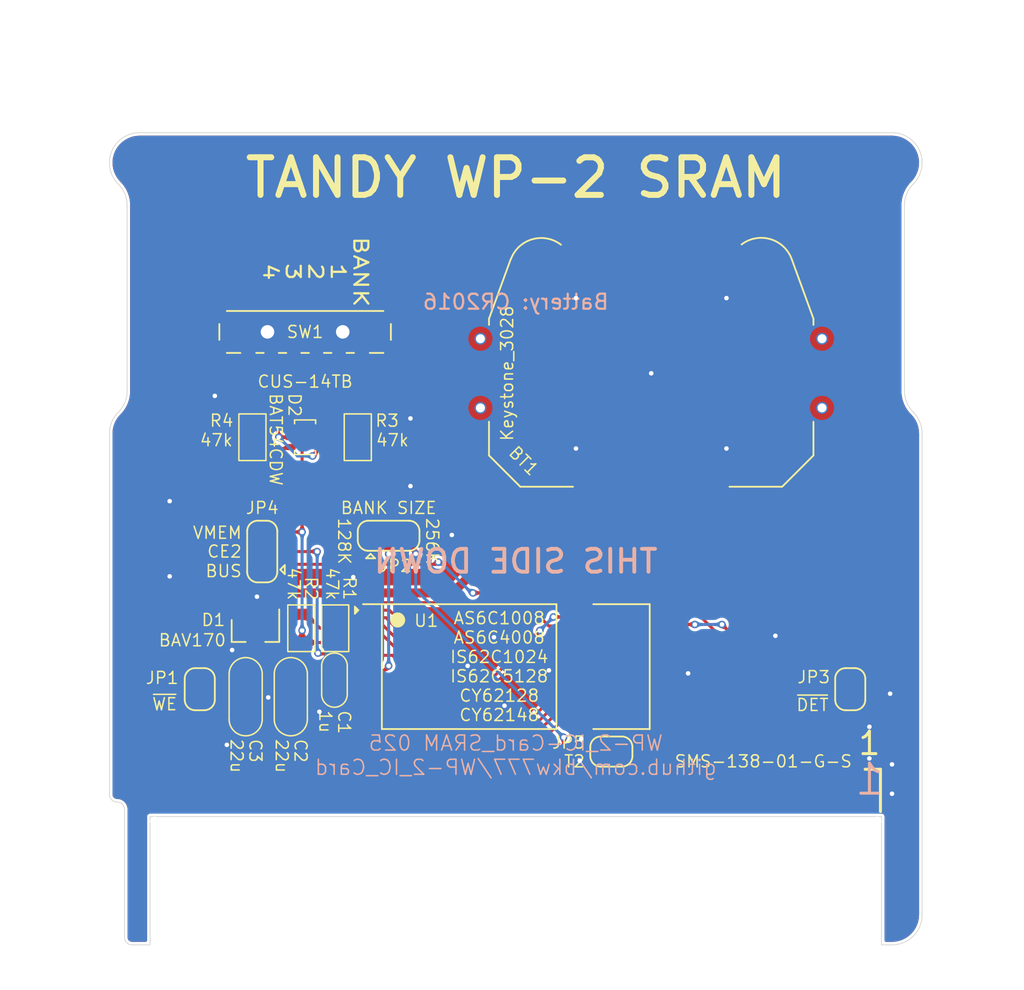
<source format=kicad_pcb>
(kicad_pcb (version 20240108) (generator "pcbnew") (generator_version "8.0")
  (title_block (title "WP-2_IC-Card_SRAM") (date "2025-04-23") (rev "025") (company "Brian K. White - b.kenyon.w@gmail.com") (comment 1 "CC-BY-SA") (comment 2 "github.com/bkw777/WP-2_IC_Card") (comment 3 "PCB THICKNESS 1.2mm"))
  (layers (0 "F.Cu" signal) (31 "B.Cu" signal) (34 "B.Paste" user) (35 "F.Paste" user) (36 "B.SilkS" user "B.Silkscreen") (37 "F.SilkS" user "F.Silkscreen") (38 "B.Mask" user) (39 "F.Mask" user) (44 "Edge.Cuts" user))
  (net 0 "")
  (net 1 "GND")
  (net 2 "/~{CE1}")
  (net 3 "/~{OE}")
  (net 4 "/D0")
  (net 5 "/D1")
  (net 6 "/D2")
  (net 7 "/D3")
  (net 8 "/D4")
  (net 9 "/D5")
  (net 10 "/D6")
  (net 11 "/D7")
  (net 12 "/A16")
  (net 13 "/A15")
  (net 14 "/A14")
  (net 15 "/A13")
  (net 16 "/A12")
  (net 17 "/A11")
  (net 18 "/A10")
  (net 19 "/A9")
  (net 20 "/A8")
  (net 21 "/A7")
  (net 22 "/A6")
  (net 23 "/A5")
  (net 24 "/A4")
  (net 25 "/A3")
  (net 26 "/A2")
  (net 27 "/A1")
  (net 28 "/A0")
  (net 29 "/CE2")
  (net 30 "VMEM")
  (net 31 "+BATT")
  (net 32 "/~{WE}")
  (net 33 "VBUS")
  (net 34 "/BANK_4")
  (net 35 "/A18")
  (net 36 "/A17bank")
  (net 37 "/BANK_3")
  (net 38 "/BANK_2")
  (net 39 "/A17bus")
  (net 40 "/~{DET}")
  (net 41 "/A17")
  (net 43 "/R{slash}~{W}")
  (net 44 "/T2")
  (net 45 "/S2")
  (net 46 "/S1")
  (net 47 "/S3")
  (footprint "000_LOCAL:TSOP32-dual" (layer "F.Cu") (at 135.95 103.745)
    (property "Reference" "U1")
    (property "Value" "AS6C4008" (hide yes))
  )
  (footprint "000_LOCAL:SOT-23" (layer "F.Cu") (at 118.65 101.345 -90)
    (property "Reference" "D1")
    (property "Value" "BAV170")
  )
  (footprint "000_LOCAL:pth_nail" (layer "F.Cu") (at 133.6 81.944999 90)
    (property "Reference" "REF**" (hide yes))
    (property "Value" "pth_nail" (hide yes))
  )
  (footprint "000_LOCAL:C_0805" (layer "F.Cu") (at 123.9 104.645 -90)
    (property "Reference" "C1")
    (property "Value" "1u")
  )
  (footprint "000_LOCAL:pth_nail" (layer "F.Cu") (at 133.6 86.545001 90)
    (property "Reference" "REF**" (hide yes))
    (property "Value" "pth_nail" (hide yes))
  )
  (footprint "000_LOCAL:npth_0.6mm" (layer "F.Cu") (at 111.95 114.02)
    (property "Reference" "REF**" (hide yes))
    (property "Value" "npth_0.6mm" (hide yes))
  )
  (footprint "000_LOCAL:Fiducial_1.5" (layer "F.Cu") (at 160.95 70.245)
    (property "Reference" "REF**" (hide yes))
    (property "Value" "Fiducial_1.5" (hide yes))
  )
  (footprint "000_LOCAL:pth_nail" (layer "F.Cu") (at 156.3 86.545001 90)
    (property "Reference" "REF**" (hide yes))
    (property "Value" "pth_nail" (hide yes))
  )
  (footprint "000_LOCAL:pth_nail" (layer "F.Cu") (at 156.3 81.944999 90)
    (property "Reference" "REF**" (hide yes))
    (property "Value" "pth_nail" (hide yes))
  )
  (footprint "000_LOCAL:SolderJumper-3_Bridged12" (layer "F.Cu") (at 127.5 95.045)
    (property "Reference" "JP2")
    (property "Value" "BANK SIZE")
  )
  (footprint "000_LOCAL:C_1206" (layer "F.Cu") (at 118 105.745 -90)
    (property "Reference" "C3")
    (property "Value" "22u")
  )
  (footprint "000_LOCAL:SolderJumper-3_Open" (layer "F.Cu") (at 119.1 96.095 90)
    (property "Reference" "JP4")
    (property "Value" "CE2")
  )
  (footprint "000_LOCAL:SolderJumper-2_Bridged" (layer "F.Cu") (at 158.175 105.245 90)
    (property "Reference" "JP3")
    (property "Value" "~{DET}")
  )
  (footprint "000_LOCAL:Fiducial_1.5" (layer "F.Cu") (at 110.5 111.445)
    (property "Reference" "REF**" (hide yes))
    (property "Value" "Fiducial_1.5" (hide yes))
  )
  (footprint "000_LOCAL:SolderJumper-2_Bridged" (layer "F.Cu") (at 142.3 109.3928 180)
    (property "Reference" "JP5")
    (property "Value" "T2")
  )
  (footprint "000_LOCAL:Fiducial_1.5" (layer "F.Cu") (at 110.95 70.245)
    (property "Reference" "REF**" (hide yes))
    (property "Value" "Fiducial_1.5" (hide yes))
  )
  (footprint "000_LOCAL:WP-2_IC-Card_Cover_SRAM" (layer "F.Cu") (at 135.95 95.245)
    (property "Reference" "N1" (hide yes))
    (property "Value" "WP-2_IC_Card_Cover_SRAM")
  )
  (footprint "000_LOCAL:R_0805" (layer "F.Cu") (at 125.45 88.495 -90)
    (property "Reference" "R3")
    (property "Value" "47k")
  )
  (footprint "000_LOCAL:C_1206" (layer "F.Cu") (at 121 105.745 -90)
    (property "Reference" "C2")
    (property "Value" "22u")
  )
  (footprint "000_LOCAL:R_0805" (layer "F.Cu") (at 123.95 101.195 90)
    (property "Reference" "R1")
    (property "Value" "47k")
  )
  (footprint "000_LOCAL:Keystone_3028_3034" (layer "F.Cu") (at 144.95 84.245 180)
    (property "Reference" "BT1")
    (property "Value" "Keystone_3028")
  )
  (footprint "000_LOCAL:CUS-14TB pth" (layer "F.Cu") (at 121.95 81.495 180)
    (property "Reference" "SW1")
    (property "Value" "CUS-14TB")
  )
  (footprint "000_LOCAL:npth_0.6mm" (layer "F.Cu") (at 159.95 114.02)
    (property "Reference" "REF**" (hide yes))
    (property "Value" "npth_0.6mm" (hide yes))
  )
  (footprint "000_LOCAL:R_0805" (layer "F.Cu") (at 118.45 88.495 -90)
    (property "Reference" "R4")
    (property "Value" "47k")
  )
  (footprint "000_LOCAL:SMS-138-01-x-x_pcb_edge" (layer "F.Cu") (at 135.95 113.72 -90)
    (property "Reference" "J1" (hide yes))
    (property "Value" "SMS-138-01-G-S")
  )
  (footprint "000_LOCAL:R_0805" (layer "F.Cu") (at 121.7 101.195 90)
    (property "Reference" "R2")
    (property "Value" "47k")
  )
  (footprint "000_LOCAL:SolderJumper-2_Bridged" (layer "F.Cu") (at 114.95 105.245 90)
    (property "Reference" "JP1")
    (property "Value" "~{WE}")
  )
  (footprint "000_LOCAL:TSSOP-6-symmetric" (layer "F.Cu") (at 121.95 88.495)
    (property "Reference" "D2")
    (property "Value" "BAT54CDW")
  )
  (gr_poly (pts (xy 125.8 94.494999) (xy 126.299999 94.494999) (xy 125.8 93.995)) (stroke (width 0.2)) (fill solid) (layer "F.Cu") (net 36))
  (gr_poly (pts (xy 119.95 94.795) (xy 119.596447 94.441447) (xy 119.596447 95.148553)) (stroke (width 0.2)) (fill solid) (layer "F.Cu") (net 30))
  (gr_poly (pts (xy 114.95 106.645) (xy 115.303553 106.291447) (xy 114.596447 106.291447)) (stroke (width 0.2)) (fill solid) (layer "F.Cu") (net 43))
  (gr_poly (pts (xy 118.599999 95.695) (xy 118.1 95.695) (xy 118.599999 96.194999)) (stroke (width 0.2)) (fill solid) (layer "F.Cu") (net 35))
  (gr_poly (pts (xy 129.2 95.645001) (xy 128.700001 95.645001) (xy 129.2 96.145)) (stroke (width 0.2)) (fill solid) (layer "F.Cu") (net 39))
  (gr_poly (pts (xy 114.95 103.845) (xy 114.596447 104.198553) (xy 115.303553 104.198553)) (stroke (width 0.2)) (fill solid) (layer "F.Cu") (net 32))
  (gr_poly (pts (xy 158.175 106.6496) (xy 158.528553 106.296047) (xy 157.821447 106.296047)) (stroke (width 0.2)) (fill solid) (layer "F.Cu") (net 40))
  (gr_poly (pts (xy 119.700001 96.945) (xy 119.700001 97.444999) (xy 120.2 96.945)) (stroke (width 0.2)) (fill solid) (layer "F.Cu") (net 29))
  (gr_line (start 108.95 112.245) (end 108.95 88.245) (stroke (width 0.05)) (layer "Edge.Cuts"))
  (gr_line (start 160.25 122.245) (end 160.95 122.245) (stroke (width 0.05)) (layer "Edge.Cuts"))
  (gr_arc (start 110.121574 85.416571) (mid 109.969333 86.181938) (end 109.535788 86.830786) (stroke (width 0.05)) (layer "Edge.Cuts"))
  (gr_arc (start 110.45 122.245) (mid 110.096447 122.098553) (end 109.95 121.745) (stroke (width 0.05)) (layer "Edge.Cuts"))
  (gr_line (start 160.25 113.72) (end 160.25 122.245) (stroke (width 0.05)) (layer "Edge.Cuts"))
  (gr_arc (start 160.95 68.245) (mid 162.797759 69.479633) (end 162.364214 71.659214) (stroke (width 0.05)) (layer "Edge.Cuts"))
  (gr_line (start 110.121572 73.073429) (end 110.121572 85.416571) (stroke (width 0.05)) (layer "Edge.Cuts"))
  (gr_arc (start 162.95 120.245) (mid 162.364214 121.659214) (end 160.95 122.245) (stroke (width 0.05)) (layer "Edge.Cuts"))
  (gr_line (start 161.778428 73.073429) (end 161.778428 85.416571) (stroke (width 0.05)) (layer "Edge.Cuts"))
  (gr_arc (start 109.535786 71.659214) (mid 109.10224 69.479633) (end 110.95 68.245) (stroke (width 0.05)) (layer "Edge.Cuts"))
  (gr_arc (start 108.95 88.245) (mid 109.102241 87.479632) (end 109.535788 86.830786) (stroke (width 0.05)) (layer "Edge.Cuts"))
  (gr_line (start 109.95 113.245) (end 109.95 121.745) (stroke (width 0.05)) (layer "Edge.Cuts"))
  (gr_arc (start 162.364214 86.830786) (mid 161.930668 86.181939) (end 161.778428 85.416571) (stroke (width 0.05)) (layer "Edge.Cuts"))
  (gr_arc (start 161.778428 73.073429) (mid 161.930669 72.308062) (end 162.364214 71.659214) (stroke (width 0.05)) (layer "Edge.Cuts"))
  (gr_arc (start 109.45 112.745) (mid 109.096447 112.598553) (end 108.95 112.245) (stroke (width 0.05)) (layer "Edge.Cuts"))
  (gr_arc (start 162.364214 86.830786) (mid 162.79776 87.479633) (end 162.950002 88.245) (stroke (width 0.05)) (layer "Edge.Cuts"))
  (gr_line (start 111.65 113.72) (end 160.25 113.72) (stroke (width 0.05)) (layer "Edge.Cuts"))
  (gr_arc (start 109.535786 71.659214) (mid 109.969332 72.308061) (end 110.121572 73.073429) (stroke (width 0.05)) (layer "Edge.Cuts"))
  (gr_line (start 110.95 68.245) (end 160.95 68.245) (stroke (width 0.05)) (layer "Edge.Cuts"))
  (gr_line (start 162.95 88.245) (end 162.95 120.245) (stroke (width 0.05)) (layer "Edge.Cuts"))
  (gr_line (start 111.65 122.245) (end 110.45 122.245) (stroke (width 0.05)) (layer "Edge.Cuts"))
  (gr_line (start 111.65 113.72) (end 111.65 122.245) (stroke (width 0.05)) (layer "Edge.Cuts"))
  (gr_arc (start 109.45 112.745) (mid 109.803553 112.891447) (end 109.95 113.245) (stroke (width 0.05)) (layer "Edge.Cuts"))
  (gr_text "${TITLE} ${REVISION}\n${COMMENT2}" (at 135.95 109.64 0) (layer "B.SilkS") (effects (font (size 1 1) (thickness 0.1)) (justify mirror)))
  (gr_text "THIS SIDE DOWN" (at 135.95 96.745 0) (layer "B.SilkS") (effects (font (size 1.524 1.524) (thickness 0.254)) (justify mirror)))
  (gr_text "1" (at 159.45 111.245 0) (layer "B.SilkS") (effects (font (size 2 2) (thickness 0.2)) (justify mirror)))
  (gr_text "Battery: CR2016" (at 135.95 79.495 0) (layer "B.SilkS") (effects (font (size 1 1)) (justify mirror)))
  (gr_text "1" (at 159.45 108.845 0) (layer "F.SilkS") (effects (font (size 1.5 1.5) (thickness 0.2))))
  (gr_text "TANDY WP-2 SRAM" (at 135.95 71.245 0) (layer "F.SilkS") (effects (font (size 2.5 2.5) (thickness 0.4))))
  (gr_text "AS6C1008\nAS6C4008\nIS62C1024\nIS62C5128\nCY62128\nCY62148" (at 134.85 103.745 0) (layer "F.SilkS") (effects (font (size 0.8 0.8) (thickness 0.1))))
  (gr_text "BANK\n1\n2\n3\n4" (at 122.65 77.495 270) (layer "F.SilkS") (effects (font (size 0.93 1.2))))
  (segment (start 159.445 112.196) (end 159.445 109.85) (width 0.7) (layer "F.Cu") (net 1))
  (segment (start 159.445 112.196) (end 160.95 112.196) (width 0.7) (layer "F.Cu") (net 1))
  (via (at 135.2 106.345) (size 0.5) (drill 0.3) (layers "F.Cu" "B.Cu") (net 1))
  (via (at 116.75 108.945) (size 0.5) (drill 0.3) (layers "F.Cu" "B.Cu") (net 1))
  (via (at 128.95 91.745) (size 0.5) (drill 0.3) (layers "F.Cu" "B.Cu") (net 1))
  (via (at 140.3 108.545) (size 0.5) (drill 0.3) (layers "F.Cu" "B.Cu") (net 1))
  (via (at 119.5 105.795) (size 0.5) (drill 0.3) (layers "F.Cu" "B.Cu") (net 1))
  (via (at 112.95 92.745) (size 0.5) (drill 0.3) (layers "F.Cu" "B.Cu") (net 1))
  (via (at 139.95 79.245) (size 0.5) (drill 0.3) (layers "F.Cu" "B.Cu") (net 1))
  (via (at 131.7 94.995) (size 0.5) (drill 0.3) (layers "F.Cu" "B.Cu") (net 1))
  (via (at 134.5 101.795) (size 0.5) (drill 0.3) (layers "F.Cu" "B.Cu") (net 1))
  (via (at 115.95 85.745) (size 0.5) (drill 0.3) (layers "F.Cu" "B.Cu") (net 1))
  (via (at 138.15 103.995) (size 0.5) (drill 0.3) (layers "F.Cu" "B.Cu") (net 1))
  (via (at 112.95 97.745) (size 0.5) (drill 0.3) (layers "F.Cu" "B.Cu") (net 1))
  (via (at 153.2 101.695) (size 0.5) (drill 0.3) (layers "F.Cu" "B.Cu") (net 1))
  (via (at 139.95 89.245) (size 0.5) (drill 0.3) (layers "F.Cu" "B.Cu") (net 1))
  (via (at 160.825 105.545) (size 0.5) (drill 0.3) (layers "F.Cu" "B.Cu") (net 1))
  (via (at 144.95 84.245) (size 0.5) (drill 0.3) (layers "F.Cu" "B.Cu") (net 1))
  (via (at 149.95 89.245) (size 0.5) (drill 0.3) (layers "F.Cu" "B.Cu") (net 1))
  (via (at 122.9 106.745) (size 0.5) (drill 0.3) (layers "F.Cu" "B.Cu") (net 1))
  (via (at 125.15 97.795) (size 0.5) (drill 0.3) (layers "F.Cu" "B.Cu") (net 1))
  (via (at 160.95 112.196) (size 0.5) (drill 0.3) (layers "F.Cu" "B.Cu") (net 1))
  (via (at 132.75 103.695) (size 0.5) (drill 0.3) (layers "F.Cu" "B.Cu") (net 1))
  (via (at 159.45 107.745) (size 0.5) (drill 0.3) (layers "F.Cu" "B.Cu") (net 1))
  (via (at 159.445 109.85) (size 0.5) (drill 0.3) (layers "F.Cu" "B.Cu") (net 1))
  (via (at 160.95 110.245) (size 0.5) (drill 0.3) (layers "F.Cu" "B.Cu") (net 1))
  (via (at 118.75 99.095) (size 0.5) (drill 0.3) (layers "F.Cu" "B.Cu") (net 1))
  (via (at 117.1 102.645) (size 0.5) (drill 0.3) (layers "F.Cu" "B.Cu") (net 1))
  (via (at 149.95 79.245) (size 0.5) (drill 0.3) (layers "F.Cu" "B.Cu") (net 1))
  (via (at 128.95 87.245) (size 0.5) (drill 0.3) (layers "F.Cu" "B.Cu") (net 1))
  (via (at 147.4 104.195) (size 0.5) (drill 0.3) (layers "F.Cu" "B.Cu") (net 1))
  (via (at 140.2 109.995) (size 0.5) (drill 0.3) (layers "F.Cu" "B.Cu") (net 1))
  (segment (start 136.6 99.495) (end 125 99.495) (width 0.2) (layer "F.Cu") (net 2))
  (segment (start 138.15 101.045) (end 136.6 99.495) (width 0.2) (layer "F.Cu") (net 2))
  (segment (start 149.65 100.945) (end 155.635 106.93) (width 0.2) (layer "F.Cu") (net 2))
  (segment (start 139.45 100.995) (end 139.4 101.045) (width 0.2) (layer "F.Cu") (net 2))
  (segment (start 145.7 100.945) (end 145.65 100.995) (width 0.2) (layer "F.Cu") (net 2))
  (segment (start 139.4 101.045) (end 138.15 101.045) (width 0.2) (layer "F.Cu") (net 2))
  (segment (start 124.249999 100.245001) (end 123.95 100.245001) (width 0.2) (layer "F.Cu") (net 2))
  (segment (start 155.635 106.93) (end 155.635 112.196) (width 0.2) (layer "F.Cu") (net 2))
  (segment (start 139.45 100.995) (end 145.65 100.995) (width 0.2) (layer "F.Cu") (net 2))
  (segment (start 125 99.495) (end 124.249999 100.245001) (width 0.2) (layer "F.Cu") (net 2))
  (segment (start 147.85 100.945) (end 145.7 100.945) (width 0.2) (layer "F.Cu") (net 2))
  (via (at 149.65 100.945) (size 0.5) (drill 0.3) (layers "F.Cu" "B.Cu") (net 2))
  (via (at 147.85 100.945) (size 0.5) (drill 0.3) (layers "F.Cu" "B.Cu") (net 2))
  (segment (start 147.85 100.945) (end 149.65 100.945) (width 0.2) (layer "B.Cu") (net 2))
  (segment (start 154.365 106.56) (end 147.8 99.995) (width 0.2) (layer "F.Cu") (net 3))
  (segment (start 154.365 112.196) (end 154.365 106.56) (width 0.2) (layer "F.Cu") (net 3))
  (segment (start 139.45 99.995) (end 145.65 99.995) (width 0.2) (layer "F.Cu") (net 3))
  (segment (start 147.8 99.995) (end 145.65 99.995) (width 0.2) (layer "F.Cu") (net 3))
  (segment (start 153.095 105.99) (end 148.65 101.545) (width 0.2) (layer "F.Cu") (net 4))
  (segment (start 148.65 101.545) (end 145.7 101.545) (width 0.2) (layer "F.Cu") (net 4))
  (segment (start 145.7 101.545) (end 145.65 101.495) (width 0.2) (layer "F.Cu") (net 4))
  (segment (start 153.095 112.196) (end 153.095 105.99) (width 0.2) (layer "F.Cu") (net 4))
  (segment (start 139.45 101.495) (end 145.65 101.495) (width 0.2) (layer "F.Cu") (net 4))
  (segment (start 148.4 101.995) (end 145.65 101.995) (width 0.2) (layer "F.Cu") (net 5))
  (segment (start 151.825 112.196) (end 151.825 105.42) (width 0.2) (layer "F.Cu") (net 5))
  (segment (start 151.825 105.42) (end 148.4 101.995) (width 0.2) (layer "F.Cu") (net 5))
  (segment (start 139.45 101.995) (end 145.65 101.995) (width 0.2) (layer "F.Cu") (net 5))
  (segment (start 139.45 102.495) (end 145.65 102.495) (width 0.2) (layer "F.Cu") (net 6))
  (segment (start 148.15 102.495) (end 145.65 102.495) (width 0.2) (layer "F.Cu") (net 6))
  (segment (start 150.555 104.9) (end 148.15 102.495) (width 0.2) (layer "F.Cu") (net 6))
  (segment (start 150.555 112.196) (end 150.555 104.9) (width 0.2) (layer "F.Cu") (net 6))
  (segment (start 149.285 112.196) (end 149.285 104.355) (width 0.2) (layer "F.Cu") (net 7))
  (segment (start 139.45 102.995) (end 145.65 102.995) (width 0.2) (layer "F.Cu") (net 7))
  (segment (start 149.285 104.355) (end 147.925 102.995) (width 0.2) (layer "F.Cu") (net 7))
  (segment (start 147.925 102.995) (end 145.65 102.995) (width 0.2) (layer "F.Cu") (net 7))
  (segment (start 148.015 112.196) (end 148.1 112.111) (width 0.2) (layer "F.Cu") (net 8))
  (segment (start 139.45 103.495) (end 145.65 103.495) (width 0.2) (layer "F.Cu") (net 8))
  (segment (start 148.1 103.895) (end 147.7 103.495) (width 0.2) (layer "F.Cu") (net 8))
  (segment (start 147.7 103.495) (end 145.65 103.495) (width 0.2) (layer "F.Cu") (net 8))
  (segment (start 148.1 112.111) (end 148.1 103.895) (width 0.2) (layer "F.Cu") (net 8))
  (segment (start 146.75 104.495) (end 145.65 104.495) (width 0.2) (layer "F.Cu") (net 9))
  (segment (start 147 110.72) (end 147.6 110.12) (width 0.2) (layer "F.Cu") (net 9))
  (segment (start 146.745 112.196) (end 147 111.941) (width 0.2) (layer "F.Cu") (net 9))
  (segment (start 147.6 110.12) (end 147.6 105.345) (width 0.2) (layer "F.Cu") (net 9))
  (segment (start 147 111.941) (end 147 110.72) (width 0.2) (layer "F.Cu") (net 9))
  (segment (start 147.6 105.345) (end 146.75 104.495) (width 0.2) (layer "F.Cu") (net 9))
  (segment (start 139.45 104.495) (end 145.65 104.495) (width 0.2) (layer "F.Cu") (net 9))
  (segment (start 147.1 109.345) (end 147.1 105.545) (width 0.2) (layer "F.Cu") (net 10))
  (segment (start 147.1 105.545) (end 146.55 104.995) (width 0.2) (layer "F.Cu") (net 10))
  (segment (start 145.475 112.196) (end 145.75 111.921) (width 0.2) (layer "F.Cu") (net 10))
  (segment (start 139.45 104.995) (end 145.65 104.995) (width 0.2) (layer "F.Cu") (net 10))
  (segment (start 145.75 111.921) (end 145.75 110.695) (width 0.2) (layer "F.Cu") (net 10))
  (segment (start 145.75 110.695) (end 147.1 109.345) (width 0.2) (layer "F.Cu") (net 10))
  (segment (start 146.55 104.995) (end 145.65 104.995) (width 0.2) (layer "F.Cu") (net 10))
  (segment (start 146.6 105.745) (end 146.35 105.495) (width 0.2) (layer "F.Cu") (net 11))
  (segment (start 146.6 108.545) (end 146.6 105.745) (width 0.2) (layer "F.Cu") (net 11))
  (segment (start 139.45 105.495) (end 145.65 105.495) (width 0.2) (layer "F.Cu") (net 11))
  (segment (start 144.205 112.196) (end 144.45 111.951) (width 0.2) (layer "F.Cu") (net 11))
  (segment (start 144.45 111.951) (end 144.45 110.695) (width 0.2) (layer "F.Cu") (net 11))
  (segment (start 144.45 110.695) (end 146.6 108.545) (width 0.2) (layer "F.Cu") (net 11))
  (segment (start 146.35 105.495) (end 145.65 105.495) (width 0.2) (layer "F.Cu") (net 11))
  (segment (start 145.65 107.495) (end 139.45 107.495) (width 0.2) (layer "F.Cu") (net 12))
  (segment (start 138.85 107.495) (end 139.45 107.495) (width 0.2) (layer "F.Cu") (net 12))
  (segment (start 137.855 108.49) (end 138.85 107.495) (width 0.2) (layer "F.Cu") (net 12))
  (segment (start 137.855 112.196) (end 137.855 108.49) (width 0.2) (layer "F.Cu") (net 12))
  (segment (start 136.585 112.196) (end 136.585 108.91) (width 0.2) (layer "F.Cu") (net 13))
  (segment (start 136.585 108.91) (end 138.5 106.995) (width 0.2) (layer "F.Cu") (net 13))
  (segment (start 145.65 106.995) (end 139.45 106.995) (width 0.2) (layer "F.Cu") (net 13))
  (segment (start 138.5 106.995) (end 139.45 106.995) (width 0.2) (layer "F.Cu") (net 13))
  (segment (start 145.65 106.495) (end 139.45 106.495) (width 0.2) (layer "F.Cu") (net 14))
  (segment (start 138.35 106.495) (end 139.45 106.495) (width 0.2) (layer "F.Cu") (net 14))
  (segment (start 135.315 112.196) (end 135.315 109.53) (width 0.2) (layer "F.Cu") (net 14))
  (segment (start 135.315 109.53) (end 138.35 106.495) (width 0.2) (layer "F.Cu") (net 14))
  (segment (start 134.045 112.196) (end 134.045 110.15) (width 0.2) (layer "F.Cu") (net 15))
  (segment (start 134.045 110.15) (end 138.2 105.995) (width 0.2) (layer "F.Cu") (net 15))
  (segment (start 145.65 105.995) (end 139.45 105.995) (width 0.2) (layer "F.Cu") (net 15))
  (segment (start 138.2 105.995) (end 139.45 105.995) (width 0.2) (layer "F.Cu") (net 15))
  (segment (start 139.4 100.445) (end 139.45 100.495) (width 0.2) (layer "F.Cu") (net 16))
  (segment (start 137.55 101.345) (end 132.775 106.12) (width 0.2) (layer "F.Cu") (net 16))
  (segment (start 132.775 106.12) (end 132.775 112.196) (width 0.2) (layer "F.Cu") (net 16))
  (segment (start 138.45 100.445) (end 139.4 100.445) (width 0.2) (layer "F.Cu") (net 16))
  (segment (start 145.65 100.495) (end 139.45 100.495) (width 0.2) (layer "F.Cu") (net 16))
  (via (at 138.45 100.445) (size 0.5) (drill 0.3) (layers "F.Cu" "B.Cu") (net 16))
  (via (at 137.55 101.345) (size 0.5) (drill 0.3) (layers "F.Cu" "B.Cu") (net 16))
  (segment (start 137.55 101.345) (end 138.45 100.445) (width 0.2) (layer "B.Cu") (net 16))
  (segment (start 131.505 112.196) (end 131.505 103.95) (width 0.2) (layer "F.Cu") (net 17))
  (segment (start 127.55 99.995) (end 126.25 99.995) (width 0.2) (layer "F.Cu") (net 17))
  (segment (start 131.505 103.95) (end 127.55 99.995) (width 0.2) (layer "F.Cu") (net 17))
  (segment (start 127.325 100.495) (end 126.25 100.495) (width 0.2) (layer "F.Cu") (net 18))
  (segment (start 130.235 103.405) (end 127.325 100.495) (width 0.2) (layer "F.Cu") (net 18))
  (segment (start 130.235 112.196) (end 130.235 103.405) (width 0.2) (layer "F.Cu") (net 18))
  (segment (start 129.2 111.961) (end 129.2 110.695) (width 0.2) (layer "F.Cu") (net 19))
  (segment (start 129.65 110.245) (end 129.65 103.52) (width 0.2) (layer "F.Cu") (net 19))
  (segment (start 128.965 112.196) (end 129.2 111.961) (width 0.2) (layer "F.Cu") (net 19))
  (segment (start 129.2 110.695) (end 129.65 110.245) (width 0.2) (layer "F.Cu") (net 19))
  (segment (start 127.125 100.995) (end 126.25 100.995) (width 0.2) (layer "F.Cu") (net 19))
  (segment (start 129.65 103.52) (end 127.125 100.995) (width 0.2) (layer "F.Cu") (net 19))
  (segment (start 126.95 101.495) (end 126.25 101.495) (width 0.2) (layer "F.Cu") (net 20))
  (segment (start 127.95 110.695) (end 129.15 109.495) (width 0.2) (layer "F.Cu") (net 20))
  (segment (start 127.695 112.196) (end 127.95 111.941) (width 0.2) (layer "F.Cu") (net 20))
  (segment (start 127.95 111.941) (end 127.95 110.695) (width 0.2) (layer "F.Cu") (net 20))
  (segment (start 129.15 103.695) (end 126.95 101.495) (width 0.2) (layer "F.Cu") (net 20))
  (segment (start 129.15 109.495) (end 129.15 103.695) (width 0.2) (layer "F.Cu") (net 20))
  (segment (start 128.65 108.745) (end 128.65 103.895) (width 0.2) (layer "F.Cu") (net 21))
  (segment (start 128.65 103.895) (end 127.75 102.995) (width 0.2) (layer "F.Cu") (net 21))
  (segment (start 126.7 111.921) (end 126.7 110.695) (width 0.2) (layer "F.Cu") (net 21))
  (segment (start 126.425 112.196) (end 126.7 111.921) (width 0.2) (layer "F.Cu") (net 21))
  (segment (start 127.75 102.995) (end 126.25 102.995) (width 0.2) (layer "F.Cu") (net 21))
  (segment (start 126.7 110.695) (end 128.65 108.745) (width 0.2) (layer "F.Cu") (net 21))
  (segment (start 125.95 110.145) (end 126.45 110.145) (width 0.2) (layer "F.Cu") (net 22))
  (segment (start 125.155 112.196) (end 125.4 111.951) (width 0.2) (layer "F.Cu") (net 22))
  (segment (start 125.4 110.695) (end 125.95 110.145) (width 0.2) (layer "F.Cu") (net 22))
  (segment (start 126.45 110.145) (end 128.15 108.445) (width 0.2) (layer "F.Cu") (net 22))
  (segment (start 128.15 108.445) (end 128.15 105.295) (width 0.2) (layer "F.Cu") (net 22))
  (segment (start 125.4 111.951) (end 125.4 110.695) (width 0.2) (layer "F.Cu") (net 22))
  (segment (start 128.15 105.295) (end 127.35 104.495) (width 0.2) (layer "F.Cu") (net 22))
  (segment (start 127.35 104.495) (end 126.25 104.495) (width 0.2) (layer "F.Cu") (net 22))
  (segment (start 124.15 110.695) (end 125.25 109.595) (width 0.2) (layer "F.Cu") (net 23))
  (segment (start 127.65 108.145) (end 127.65 105.495) (width 0.2) (layer "F.Cu") (net 23))
  (segment (start 126.2 109.595) (end 127.65 108.145) (width 0.2) (layer "F.Cu") (net 23))
  (segment (start 127.15 104.995) (end 126.25 104.995) (width 0.2) (layer "F.Cu") (net 23))
  (segment (start 123.885 112.196) (end 124.15 111.931) (width 0.2) (layer "F.Cu") (net 23))
  (segment (start 127.65 105.495) (end 127.15 104.995) (width 0.2) (layer "F.Cu") (net 23))
  (segment (start 124.15 111.931) (end 124.15 110.695) (width 0.2) (layer "F.Cu") (net 23))
  (segment (start 125.25 109.595) (end 126.2 109.595) (width 0.2) (layer "F.Cu") (net 23))
  (segment (start 127.15 105.695) (end 126.95 105.495) (width 0.2) (layer "F.Cu") (net 24))
  (segment (start 122.615 110.905) (end 123.125 110.395) (width 0.2) (layer "F.Cu") (net 24))
  (segment (start 122.615 112.196) (end 122.615 110.905) (width 0.2) (layer "F.Cu") (net 24))
  (segment (start 126.95 105.495) (end 126.25 105.495) (width 0.2) (layer "F.Cu") (net 24))
  (segment (start 125.95 109.045) (end 127.15 107.845) (width 0.2) (layer "F.Cu") (net 24))
  (segment (start 123.125 110.395) (end 123.7 110.395) (width 0.2) (layer "F.Cu") (net 24))
  (segment (start 123.7 110.395) (end 125.05 109.045) (width 0.2) (layer "F.Cu") (net 24))
  (segment (start 127.15 107.845) (end 127.15 105.695) (width 0.2) (layer "F.Cu") (net 24))
  (segment (start 125.05 109.045) (end 125.95 109.045) (width 0.2) (layer "F.Cu") (net 24))
  (segment (start 125.9 107.495) (end 126.25 107.495) (width 0.2) (layer "F.Cu") (net 25))
  (segment (start 122.3 109.945) (end 123.45 109.945) (width 0.2) (layer "F.Cu") (net 25))
  (segment (start 121.345 112.196) (end 121.345 110.9) (width 0.2) (layer "F.Cu") (net 25))
  (segment (start 123.45 109.945) (end 125.9 107.495) (width 0.2) (layer "F.Cu") (net 25))
  (segment (start 121.345 110.9) (end 122.3 109.945) (width 0.2) (layer "F.Cu") (net 25))
  (segment (start 123.1 109.495) (end 125.6 106.995) (width 0.2) (layer "F.Cu") (net 26))
  (segment (start 121.45 109.495) (end 123.1 109.495) (width 0.2) (layer "F.Cu") (net 26))
  (segment (start 120.075 110.87) (end 121.45 109.495) (width 0.2) (layer "F.Cu") (net 26))
  (segment (start 125.6 106.995) (end 126.25 106.995) (width 0.2) (layer "F.Cu") (net 26))
  (segment (start 120.075 112.196) (end 120.075 110.87) (width 0.2) (layer "F.Cu") (net 26))
  (segment (start 122.857843 109.045) (end 125.407843 106.495) (width 0.2) (layer "F.Cu") (net 27))
  (segment (start 118.805 112.196) (end 118.805 110.89) (width 0.2) (layer "F.Cu") (net 27))
  (segment (start 118.805 110.89) (end 120.65 109.045) (width 0.2) (layer "F.Cu") (net 27))
  (segment (start 125.407843 106.495) (end 126.25 106.495) (width 0.2) (layer "F.Cu") (net 27))
  (segment (start 120.65 109.045) (end 122.857843 109.045) (width 0.2) (layer "F.Cu") (net 27))
  (segment (start 119.8 108.595) (end 122.65 108.595) (width 0.2) (layer "F.Cu") (net 28))
  (segment (start 117.535 110.86) (end 119.8 108.595) (width 0.2) (layer "F.Cu") (net 28))
  (segment (start 122.65 108.595) (end 125.25 105.995) (width 0.2) (layer "F.Cu") (net 28))
  (segment (start 117.535 112.196) (end 117.535 110.86) (width 0.2) (layer "F.Cu") (net 28))
  (segment (start 125.25 105.995) (end 126.25 105.995) (width 0.2) (layer "F.Cu") (net 28))
  (segment (start 130.65 96.945) (end 119.55 96.945) (width 0.2) (layer "F.Cu") (net 29))
  (segment (start 130.8 96.795) (end 130.65 96.945) (width 0.2) (layer "F.Cu") (net 29))
  (segment (start 119.55 96.945) (end 119.1 97.395) (width 0.2) (layer "F.Cu") (net 29))
  (segment (start 156.905 107.3) (end 156.905 112.196) (width 0.2) (layer "F.Cu") (net 29))
  (segment (start 133.1 98.845) (end 148.45 98.845) (width 0.2) (layer "F.Cu") (net 29))
  (segment (start 148.45 98.845) (end 156.905 107.3) (width 0.2) (layer "F.Cu") (net 29))
  (via (at 130.8 96.795) (size 0.5) (drill 0.3) (layers "F.Cu" "B.Cu") (net 29))
  (via (at 133.1 98.845) (size 0.5) (drill 0.3) (layers "F.Cu" "B.Cu") (net 29))
  (segment (start 133 98.845) (end 133.1 98.845) (width 0.2) (layer "B.Cu") (net 29))
  (segment (start 130.8 96.795) (end 130.95 96.795) (width 0.2) (layer "B.Cu") (net 29))
  (segment (start 130.95 96.795) (end 133 98.845) (width 0.2) (layer "B.Cu") (net 29))
  (segment (start 121.2 83.25) (end 122.7 83.25) (width 0.2) (layer "F.Cu") (net 30))
  (segment (start 124.15 103.495) (end 123.9 103.745) (width 0.3) (layer "F.Cu") (net 30))
  (segment (start 121.75 94.795) (end 121.75 85.345) (width 0.2) (layer "F.Cu") (net 30))
  (segment (start 121.75 102.094999) (end 121.7 102.144999) (width 0.2) (layer "F.Cu") (net 30))
  (segment (start 118.000001 104.269999) (end 120.999999 104.269999) (width 0.6) (layer "F.Cu") (net 30))
  (segment (start 123.95 102.144999) (end 121.7 102.144999) (width 0.2) (layer "F.Cu") (net 30))
  (segment (start 121.7 102.144999) (end 121.7 103.745) (width 0.6) (layer "F.Cu") (net 30))
  (segment (start 118.65 104.27) (end 118 104.27) (width 0.6) (layer "F.Cu") (net 30))
  (segment (start 121.75 94.795) (end 119.1 94.795) (width 0.2) (layer "F.Cu") (net 30))
  (segment (start 118 104.27) (end 118.000001 104.269999) (width 0.6) (layer "F.Cu") (net 30))
  (segment (start 126.25 103.495) (end 124.15 103.495) (width 0.3) (layer "F.Cu") (net 30))
  (segment (start 121 104.27) (end 121.7 103.57) (width 0.6) (layer "F.Cu") (net 30))
  (segment (start 121.7 103.57) (end 121.7 102.144999) (width 0.6) (layer "F.Cu") (net 30))
  (segment (start 120.999999 104.269999) (end 121 104.27) (width 0.6) (layer "F.Cu") (net 30))
  (segment (start 121.2 84.795) (end 121.2 83.25) (width 0.2) (layer "F.Cu") (net 30))
  (segment (start 121.75 101.345) (end 121.75 102.094999) (width 0.2) (layer "F.Cu") (net 30))
  (segment (start 118.65 102.345) (end 118.65 104.27) (width 0.6) (layer "F.Cu") (net 30))
  (segment (start 121.75 85.345) (end 121.2 84.795) (width 0.2) (layer "F.Cu") (net 30))
  (segment (start 121.7 103.745) (end 123.9 103.745) (width 0.6) (layer "F.Cu") (net 30))
  (via (at 121.75 101.345) (size 0.5) (drill 0.3) (layers "F.Cu" "B.Cu") (net 30))
  (via (at 121.75 94.795) (size 0.5) (drill 0.3) (layers "F.Cu" "B.Cu") (net 30))
  (segment (start 121.75 101.345) (end 121.75 94.795) (width 0.2) (layer "B.Cu") (net 30))
  (segment (start 115.975 101.12) (end 113.725 103.37) (width 0.2) (layer "F.Cu") (net 31))
  (segment (start 119.6 100.345) (end 118.825 101.12) (width 0.2) (layer "F.Cu") (net 31))
  (segment (start 133.6 96.995) (end 133.6 86.545001) (width 0.6) (layer "F.Cu") (net 31))
  (segment (start 113.725 103.37) (end 113.725 112.196) (width 0.2) (layer "F.Cu") (net 31))
  (segment (start 119.6 100.345) (end 121.1 98.845) (width 0.6) (layer "F.Cu") (net 31))
  (segment (start 121.1 98.845) (end 131.75 98.845) (width 0.6) (layer "F.Cu") (net 31))
  (segment (start 131.75 98.845) (end 133.6 96.995) (width 0.6) (layer "F.Cu") (net 31))
  (segment (start 118.825 101.12) (end 115.975 101.12) (width 0.2) (layer "F.Cu") (net 31))
  (segment (start 121.7 100.245001) (end 122.000001 100.245001) (width 0.2) (layer "F.Cu") (net 32))
  (segment (start 122.000001 100.245001) (end 122.95 101.195) (width 0.2) (layer "F.Cu") (net 32))
  (segment (start 114.95 104.595001) (end 114.95 102.995) (width 0.2) (layer "F.Cu") (net 32))
  (segment (start 116.375 101.57) (end 120.075 101.57) (width 0.2) (layer "F.Cu") (net 32))
  (segment (start 114.95 102.995) (end 116.375 101.57) (width 0.2) (layer "F.Cu") (net 32))
  (segment (start 125.4 101.945) (end 126.2 101.945) (width 0.2) (layer "F.Cu") (net 32))
  (segment (start 122.95 101.195) (end 124.65 101.195) (width 0.2) (layer "F.Cu") (net 32))
  (segment (start 120.075 101.57) (end 121.399999 100.245001) (width 0.2) (layer "F.Cu") (net 32))
  (segment (start 121.399999 100.245001) (end 121.7 100.245001) (width 0.2) (layer "F.Cu") (net 32))
  (segment (start 126.2 101.945) (end 126.25 101.995) (width 0.2) (layer "F.Cu") (net 32))
  (segment (start 124.65 101.195) (end 125.4 101.945) (width 0.2) (layer "F.Cu") (net 32))
  (segment (start 112.455 112.196) (end 112.455 103.69) (width 0.6) (layer "F.Cu") (net 33))
  (segment (start 112.455 103.69) (end 115.65 100.495) (width 0.6) (layer "F.Cu") (net 33))
  (segment (start 115.65 100.495) (end 117.55 100.495) (width 0.6) (layer "F.Cu") (net 33))
  (segment (start 117.55 100.495) (end 117.7 100.345) (width 0.6) (layer "F.Cu") (net 33))
  (segment (start 118.2 84.795) (end 118.2 83.25) (width 0.2) (layer "F.Cu") (net 34))
  (segment (start 122.45 89.745) (end 122.7 89.495) (width 0.2) (layer "F.Cu") (net 34))
  (segment (start 120.2 88.495) (end 120.15 88.445) (width 0.2) (layer "F.Cu") (net 34))
  (segment (start 120.2 88.495) (end 121.000001 88.495) (width 0.2) (layer "F.Cu") (net 34))
  (segment (start 122.7 89.145) (end 122.9 89.145) (width 0.2) (layer "F.Cu") (net 34))
  (segment (start 122.7 89.495) (end 122.7 89.145) (width 0.2) (layer "F.Cu") (net 34))
  (segment (start 120.15 86.745) (end 118.2 84.795) (width 0.2) (layer "F.Cu") (net 34))
  (segment (start 120.15 88.445) (end 120.15 86.745) (width 0.2) (layer "F.Cu") (net 34))
  (via (at 120.2 88.495) (size 0.5) (drill 0.3) (layers "F.Cu" "B.Cu") (net 34))
  (via (at 122.45 89.745) (size 0.5) (drill 0.3) (layers "F.Cu" "B.Cu") (net 34))
  (segment (start 121.45 89.745) (end 120.2 88.495) (width 0.2) (layer "B.Cu") (net 34))
  (segment (start 122.45 89.745) (end 121.45 89.745) (width 0.2) (layer "B.Cu") (net 34))
  (segment (start 122.85 102.895) (end 125 102.895) (width 0.2) (layer "F.Cu") (net 35))
  (segment (start 119.1 96.095) (end 122.75 96.095) (width 0.2) (layer "F.Cu") (net 35))
  (segment (start 125.4 102.495) (end 126.25 102.495) (width 0.2) (layer "F.Cu") (net 35))
  (segment (start 121 89.145) (end 120.9 89.245) (width 0.2) (layer "F.Cu") (net 35))
  (segment (start 118.649999 89.245) (end 118.45 89.444999) (width 0.2) (layer "F.Cu") (net 35))
  (segment (start 117.9 89.444999) (end 117.9 95.495) (width 0.2) (layer "F.Cu") (net 35))
  (segment (start 125 102.895) (end 125.4 102.495) (width 0.2) (layer "F.Cu") (net 35))
  (segment (start 117.9 95.495) (end 118.5 96.095) (width 0.2) (layer "F.Cu") (net 35))
  (segment (start 118.5 96.095) (end 119.1 96.095) (width 0.2) (layer "F.Cu") (net 35))
  (segment (start 122.8 102.845) (end 122.85 102.895) (width 0.2) (layer "F.Cu") (net 35))
  (segment (start 120.9 89.245) (end 118.649999 89.245) (width 0.2) (layer "F.Cu") (net 35))
  (segment (start 118.45 89.444999) (end 117.9 89.444999) (width 0.2) (layer "F.Cu") (net 35))
  (via (at 122.8 102.845) (size 0.5) (drill 0.3) (layers "F.Cu" "B.Cu") (net 35))
  (via (at 122.75 96.095) (size 0.5) (drill 0.3) (layers "F.Cu" "B.Cu") (net 35))
  (segment (start 122.75 96.095) (end 122.75 102.795) (width 0.2) (layer "B.Cu") (net 35))
  (segment (start 122.75 102.795) (end 122.8 102.845) (width 0.2) (layer "B.Cu") (net 35))
  (segment (start 125.8 95.045) (end 126.2 95.045) (width 0.2) (layer "F.Cu") (net 36))
  (segment (start 122.9 87.845) (end 123.55 87.845) (width 0.2) (layer "F.Cu") (net 36))
  (segment (start 125.45 89.444999) (end 125.8 89.444999) (width 0.2) (layer "F.Cu") (net 36))
  (segment (start 125.149999 89.444999) (end 125.45 89.444999) (width 0.2) (layer "F.Cu") (net 36))
  (segment (start 123.55 87.845) (end 125.149999 89.444999) (width 0.2) (layer "F.Cu") (net 36))
  (segment (start 125.8 89.444999) (end 125.8 95.045) (width 0.2) (layer "F.Cu") (net 36))
  (segment (start 119.7 83.25) (end 119.7 84.795) (width 0.2) (layer "F.Cu") (net 37))
  (segment (start 120.95 87.795) (end 121 87.845) (width 0.2) (layer "F.Cu") (net 37))
  (segment (start 120.95 86.045) (end 120.95 87.795) (width 0.2) (layer "F.Cu") (net 37))
  (segment (start 119.7 84.795) (end 120.95 86.045) (width 0.2) (layer "F.Cu") (net 37))
  (segment (start 124.2 84.795) (end 124.2 83.25) (width 0.2) (layer "F.Cu") (net 38))
  (segment (start 122.2 86.795) (end 124.2 84.795) (width 0.2) (layer "F.Cu") (net 38))
  (segment (start 122.2 88.245) (end 122.2 86.795) (width 0.2) (layer "F.Cu") (net 38))
  (segment (start 122.45 88.495) (end 122.2 88.245) (width 0.2) (layer "F.Cu") (net 38))
  (segment (start 122.899999 88.495) (end 122.45 88.495) (width 0.2) (layer "F.Cu") (net 38))
  (segment (start 129.2 96.145) (end 129.2 95.045) (width 0.2) (layer "F.Cu") (net 39))
  (segment (start 129.2 95.045) (end 128.8 95.045) (width 0.2) (layer "F.Cu") (net 39))
  (segment (start 129.3 96.245) (end 129.2 96.145) (width 0.2) (layer "F.Cu") (net 39))
  (segment (start 139.125 108.445) (end 139.125 112.196) (width 0.2) (layer "F.Cu") (net 39))
  (via (at 139.125 108.445) (size 0.5) (drill 0.3) (layers "F.Cu" "B.Cu") (net 39))
  (via (at 129.3 96.245) (size 0.5) (drill 0.3) (layers "F.Cu" "B.Cu") (net 39))
  (segment (start 129.3 96.245) (end 129.3 98.62) (width 0.2) (layer "B.Cu") (net 39))
  (segment (start 129.3 98.62) (end 139.125 108.445) (width 0.2) (layer "B.Cu") (net 39))
  (segment (start 158.175 112.196) (end 158.175 105.894999) (width 0.2) (layer "F.Cu") (net 40))
  (segment (start 127.5 96.245) (end 127.5 95.045) (width 0.2) (layer "F.Cu") (net 41))
  (segment (start 127.5 103.695) (end 127.2 103.995) (width 0.2) (layer "F.Cu") (net 41))
  (segment (start 127.2 103.995) (end 126.25 103.995) (width 0.2) (layer "F.Cu") (net 41))
  (via (at 127.5 96.245) (size 0.5) (drill 0.3) (layers "F.Cu" "B.Cu") (net 41))
  (via (at 127.5 103.695) (size 0.5) (drill 0.3) (layers "F.Cu" "B.Cu") (net 41))
  (segment (start 127.5 96.245) (end 127.5 103.695) (width 0.2) (layer "B.Cu") (net 41))
  (segment (start 116.265 112.196) (end 116 111.931) (width 0.2) (layer "F.Cu") (net 43))
  (segment (start 116 110.345) (end 114.95 109.295) (width 0.2) (layer "F.Cu") (net 43))
  (segment (start 116 111.931) (end 116 110.345) (width 0.2) (layer "F.Cu") (net 43))
  (segment (start 114.95 109.295) (end 114.95 105.894999) (width 0.2) (layer "F.Cu") (net 43))
  (segment (start 142.935 109.458599) (end 142.949999 109.4436) (width 0.4) (layer "F.Cu") (net 44))
  (segment (start 142.935 112.196) (end 142.935 109.458599) (width 0.4) (layer "F.Cu") (net 44))
  (zone (net 1) (net_name "GND") (layers "F&B.Cu") (connect_pads (clearance 0.2)) (min_thickness 0.2) (fill yes (thermal_gap 0.2) (thermal_bridge_width 0.4) (smoothing fillet) (radius 0.1))
    (polygon (pts (xy 108.95 122.245) (xy 108.95 68.245) (xy 162.95 68.245) (xy 162.95 122.245)))
  )
)
</source>
